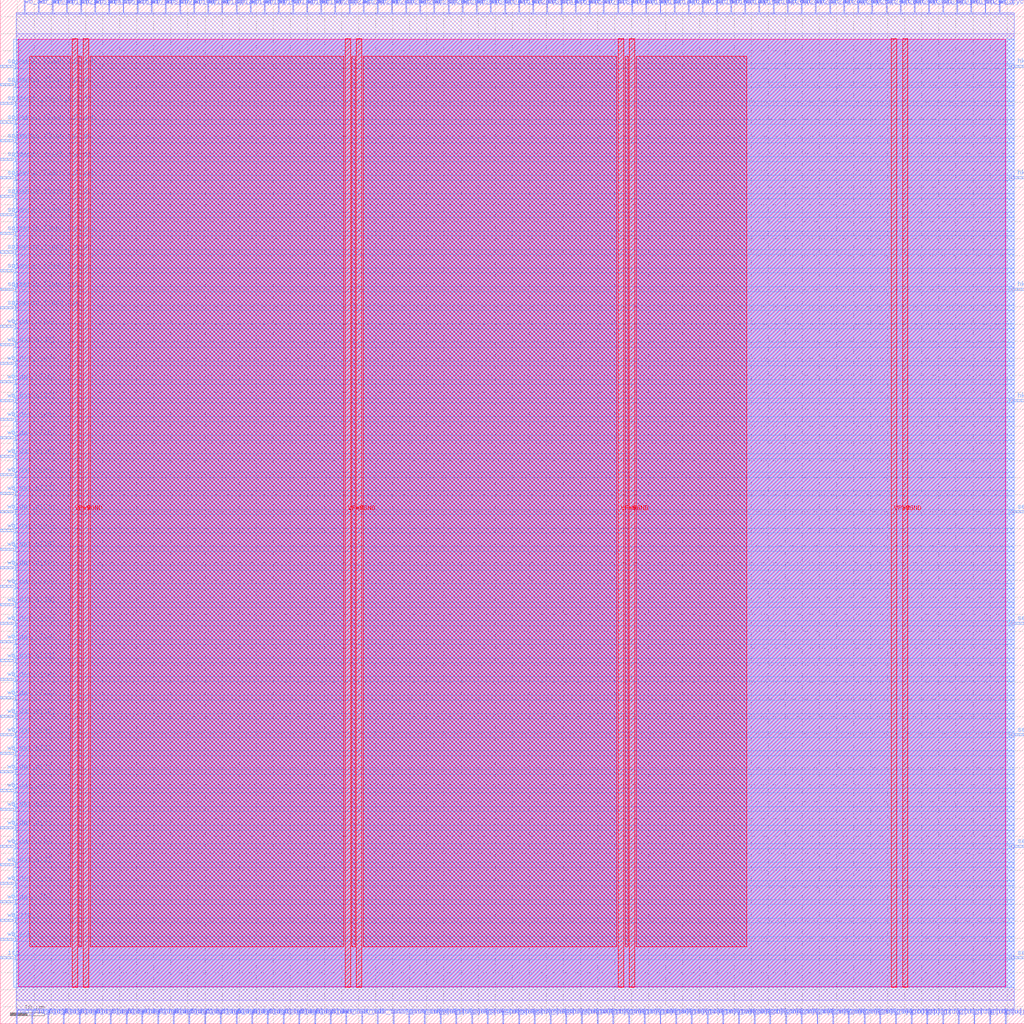
<source format=lef>
VERSION 5.7 ;
  NOWIREEXTENSIONATPIN ON ;
  DIVIDERCHAR "/" ;
  BUSBITCHARS "[]" ;
MACRO housekeeping
  CLASS BLOCK ;
  FOREIGN housekeeping ;
  ORIGIN 0.000 0.000 ;
  SIZE 300.000 BY 300.000 ;
  PIN VGND
    DIRECTION INOUT ;
    USE GROUND ;
    PORT
      LAYER met4 ;
        RECT 24.340 10.640 25.940 288.560 ;
    END
    PORT
      LAYER met4 ;
        RECT 104.340 10.640 105.940 288.560 ;
    END
    PORT
      LAYER met4 ;
        RECT 184.340 10.640 185.940 288.560 ;
    END
    PORT
      LAYER met4 ;
        RECT 264.340 10.640 265.940 288.560 ;
    END
  END VGND
  PIN VPWR
    DIRECTION INOUT ;
    USE POWER ;
    PORT
      LAYER met4 ;
        RECT 21.040 10.640 22.640 288.560 ;
    END
    PORT
      LAYER met4 ;
        RECT 101.040 10.640 102.640 288.560 ;
    END
    PORT
      LAYER met4 ;
        RECT 181.040 10.640 182.640 288.560 ;
    END
    PORT
      LAYER met4 ;
        RECT 261.040 10.640 262.640 288.560 ;
    END
  END VPWR
  PIN hk_spi_csb
    DIRECTION INPUT ;
    USE SIGNAL ;
    ANTENNAGATEAREA 0.682200 ;
    ANTENNADIFFAREA 0.434700 ;
    PORT
      LAYER met3 ;
        RECT 296.000 280.200 300.000 280.800 ;
    END
  END hk_spi_csb
  PIN hk_spi_sck
    DIRECTION INPUT ;
    USE SIGNAL ;
    ANTENNAGATEAREA 1.286700 ;
    ANTENNADIFFAREA 0.434700 ;
    PORT
      LAYER met3 ;
        RECT 296.000 182.280 300.000 182.880 ;
    END
  END hk_spi_sck
  PIN hk_spi_sdi
    DIRECTION INPUT ;
    USE SIGNAL ;
    ANTENNAGATEAREA 0.682200 ;
    ANTENNADIFFAREA 0.434700 ;
    PORT
      LAYER met3 ;
        RECT 296.000 214.920 300.000 215.520 ;
    END
  END hk_spi_sdi
  PIN hk_spi_sdo
    DIRECTION OUTPUT ;
    USE SIGNAL ;
    ANTENNAGATEAREA 0.434700 ;
    ANTENNADIFFAREA 3.107700 ;
    PORT
      LAYER met3 ;
        RECT 296.000 247.560 300.000 248.160 ;
    END
  END hk_spi_sdo
  PIN irq
    DIRECTION OUTPUT ;
    USE SIGNAL ;
    ANTENNAGATEAREA 0.434700 ;
    ANTENNADIFFAREA 3.107700 ;
    PORT
      LAYER met3 ;
        RECT 0.000 19.080 4.000 19.680 ;
    END
  END irq
  PIN mask_rev_in[0]
    DIRECTION INPUT ;
    USE SIGNAL ;
    ANTENNAGATEAREA 0.647700 ;
    ANTENNADIFFAREA 0.434700 ;
    PORT
      LAYER met2 ;
        RECT 115.090 0.000 115.370 4.000 ;
    END
  END mask_rev_in[0]
  PIN mask_rev_in[10]
    DIRECTION INPUT ;
    USE SIGNAL ;
    ANTENNAGATEAREA 0.647700 ;
    ANTENNADIFFAREA 0.434700 ;
    PORT
      LAYER met2 ;
        RECT 161.090 0.000 161.370 4.000 ;
    END
  END mask_rev_in[10]
  PIN mask_rev_in[11]
    DIRECTION INPUT ;
    USE SIGNAL ;
    ANTENNAGATEAREA 0.647700 ;
    ANTENNADIFFAREA 0.434700 ;
    PORT
      LAYER met2 ;
        RECT 165.690 0.000 165.970 4.000 ;
    END
  END mask_rev_in[11]
  PIN mask_rev_in[12]
    DIRECTION INPUT ;
    USE SIGNAL ;
    ANTENNAGATEAREA 0.647700 ;
    ANTENNADIFFAREA 0.434700 ;
    PORT
      LAYER met2 ;
        RECT 170.290 0.000 170.570 4.000 ;
    END
  END mask_rev_in[12]
  PIN mask_rev_in[13]
    DIRECTION INPUT ;
    USE SIGNAL ;
    ANTENNAGATEAREA 0.647700 ;
    ANTENNADIFFAREA 0.434700 ;
    PORT
      LAYER met2 ;
        RECT 174.890 0.000 175.170 4.000 ;
    END
  END mask_rev_in[13]
  PIN mask_rev_in[14]
    DIRECTION INPUT ;
    USE SIGNAL ;
    ANTENNAGATEAREA 0.647700 ;
    ANTENNADIFFAREA 0.434700 ;
    PORT
      LAYER met2 ;
        RECT 179.490 0.000 179.770 4.000 ;
    END
  END mask_rev_in[14]
  PIN mask_rev_in[15]
    DIRECTION INPUT ;
    USE SIGNAL ;
    ANTENNAGATEAREA 0.647700 ;
    ANTENNADIFFAREA 0.434700 ;
    PORT
      LAYER met2 ;
        RECT 184.090 0.000 184.370 4.000 ;
    END
  END mask_rev_in[15]
  PIN mask_rev_in[16]
    DIRECTION INPUT ;
    USE SIGNAL ;
    ANTENNAGATEAREA 0.647700 ;
    ANTENNADIFFAREA 0.434700 ;
    PORT
      LAYER met2 ;
        RECT 188.690 0.000 188.970 4.000 ;
    END
  END mask_rev_in[16]
  PIN mask_rev_in[17]
    DIRECTION INPUT ;
    USE SIGNAL ;
    ANTENNAGATEAREA 0.647700 ;
    ANTENNADIFFAREA 0.434700 ;
    PORT
      LAYER met2 ;
        RECT 193.290 0.000 193.570 4.000 ;
    END
  END mask_rev_in[17]
  PIN mask_rev_in[18]
    DIRECTION INPUT ;
    USE SIGNAL ;
    ANTENNAGATEAREA 0.647700 ;
    ANTENNADIFFAREA 0.434700 ;
    PORT
      LAYER met2 ;
        RECT 197.890 0.000 198.170 4.000 ;
    END
  END mask_rev_in[18]
  PIN mask_rev_in[19]
    DIRECTION INPUT ;
    USE SIGNAL ;
    ANTENNAGATEAREA 0.647700 ;
    ANTENNADIFFAREA 0.434700 ;
    PORT
      LAYER met2 ;
        RECT 202.490 0.000 202.770 4.000 ;
    END
  END mask_rev_in[19]
  PIN mask_rev_in[1]
    DIRECTION INPUT ;
    USE SIGNAL ;
    ANTENNAGATEAREA 0.647700 ;
    ANTENNADIFFAREA 0.434700 ;
    PORT
      LAYER met2 ;
        RECT 119.690 0.000 119.970 4.000 ;
    END
  END mask_rev_in[1]
  PIN mask_rev_in[20]
    DIRECTION INPUT ;
    USE SIGNAL ;
    ANTENNAGATEAREA 0.647700 ;
    ANTENNADIFFAREA 0.434700 ;
    PORT
      LAYER met2 ;
        RECT 207.090 0.000 207.370 4.000 ;
    END
  END mask_rev_in[20]
  PIN mask_rev_in[21]
    DIRECTION INPUT ;
    USE SIGNAL ;
    ANTENNAGATEAREA 0.647700 ;
    ANTENNADIFFAREA 0.434700 ;
    PORT
      LAYER met2 ;
        RECT 211.690 0.000 211.970 4.000 ;
    END
  END mask_rev_in[21]
  PIN mask_rev_in[22]
    DIRECTION INPUT ;
    USE SIGNAL ;
    ANTENNAGATEAREA 0.647700 ;
    ANTENNADIFFAREA 0.434700 ;
    PORT
      LAYER met2 ;
        RECT 216.290 0.000 216.570 4.000 ;
    END
  END mask_rev_in[22]
  PIN mask_rev_in[23]
    DIRECTION INPUT ;
    USE SIGNAL ;
    ANTENNAGATEAREA 0.647700 ;
    ANTENNADIFFAREA 0.434700 ;
    PORT
      LAYER met2 ;
        RECT 220.890 0.000 221.170 4.000 ;
    END
  END mask_rev_in[23]
  PIN mask_rev_in[24]
    DIRECTION INPUT ;
    USE SIGNAL ;
    ANTENNAGATEAREA 0.647700 ;
    ANTENNADIFFAREA 0.434700 ;
    PORT
      LAYER met2 ;
        RECT 225.490 0.000 225.770 4.000 ;
    END
  END mask_rev_in[24]
  PIN mask_rev_in[25]
    DIRECTION INPUT ;
    USE SIGNAL ;
    ANTENNAGATEAREA 0.647700 ;
    ANTENNADIFFAREA 0.434700 ;
    PORT
      LAYER met2 ;
        RECT 230.090 0.000 230.370 4.000 ;
    END
  END mask_rev_in[25]
  PIN mask_rev_in[26]
    DIRECTION INPUT ;
    USE SIGNAL ;
    ANTENNAGATEAREA 0.647700 ;
    ANTENNADIFFAREA 0.434700 ;
    PORT
      LAYER met2 ;
        RECT 234.690 0.000 234.970 4.000 ;
    END
  END mask_rev_in[26]
  PIN mask_rev_in[27]
    DIRECTION INPUT ;
    USE SIGNAL ;
    ANTENNAGATEAREA 0.647700 ;
    ANTENNADIFFAREA 0.434700 ;
    PORT
      LAYER met2 ;
        RECT 239.290 0.000 239.570 4.000 ;
    END
  END mask_rev_in[27]
  PIN mask_rev_in[28]
    DIRECTION INPUT ;
    USE SIGNAL ;
    ANTENNAGATEAREA 0.647700 ;
    ANTENNADIFFAREA 0.434700 ;
    PORT
      LAYER met2 ;
        RECT 243.890 0.000 244.170 4.000 ;
    END
  END mask_rev_in[28]
  PIN mask_rev_in[29]
    DIRECTION INPUT ;
    USE SIGNAL ;
    ANTENNAGATEAREA 0.647700 ;
    ANTENNADIFFAREA 0.434700 ;
    PORT
      LAYER met2 ;
        RECT 248.490 0.000 248.770 4.000 ;
    END
  END mask_rev_in[29]
  PIN mask_rev_in[2]
    DIRECTION INPUT ;
    USE SIGNAL ;
    ANTENNAGATEAREA 0.647700 ;
    ANTENNADIFFAREA 0.434700 ;
    PORT
      LAYER met2 ;
        RECT 124.290 0.000 124.570 4.000 ;
    END
  END mask_rev_in[2]
  PIN mask_rev_in[30]
    DIRECTION INPUT ;
    USE SIGNAL ;
    ANTENNAGATEAREA 0.647700 ;
    ANTENNADIFFAREA 0.434700 ;
    PORT
      LAYER met2 ;
        RECT 253.090 0.000 253.370 4.000 ;
    END
  END mask_rev_in[30]
  PIN mask_rev_in[31]
    DIRECTION INPUT ;
    USE SIGNAL ;
    ANTENNAGATEAREA 0.647700 ;
    ANTENNADIFFAREA 0.434700 ;
    PORT
      LAYER met2 ;
        RECT 257.690 0.000 257.970 4.000 ;
    END
  END mask_rev_in[31]
  PIN mask_rev_in[3]
    DIRECTION INPUT ;
    USE SIGNAL ;
    ANTENNAGATEAREA 0.647700 ;
    ANTENNADIFFAREA 0.434700 ;
    PORT
      LAYER met2 ;
        RECT 128.890 0.000 129.170 4.000 ;
    END
  END mask_rev_in[3]
  PIN mask_rev_in[4]
    DIRECTION INPUT ;
    USE SIGNAL ;
    ANTENNAGATEAREA 0.647700 ;
    ANTENNADIFFAREA 0.434700 ;
    PORT
      LAYER met2 ;
        RECT 133.490 0.000 133.770 4.000 ;
    END
  END mask_rev_in[4]
  PIN mask_rev_in[5]
    DIRECTION INPUT ;
    USE SIGNAL ;
    ANTENNAGATEAREA 0.647700 ;
    ANTENNADIFFAREA 0.434700 ;
    PORT
      LAYER met2 ;
        RECT 138.090 0.000 138.370 4.000 ;
    END
  END mask_rev_in[5]
  PIN mask_rev_in[6]
    DIRECTION INPUT ;
    USE SIGNAL ;
    ANTENNAGATEAREA 0.647700 ;
    ANTENNADIFFAREA 0.434700 ;
    PORT
      LAYER met2 ;
        RECT 142.690 0.000 142.970 4.000 ;
    END
  END mask_rev_in[6]
  PIN mask_rev_in[7]
    DIRECTION INPUT ;
    USE SIGNAL ;
    ANTENNAGATEAREA 0.647700 ;
    ANTENNADIFFAREA 0.434700 ;
    PORT
      LAYER met2 ;
        RECT 147.290 0.000 147.570 4.000 ;
    END
  END mask_rev_in[7]
  PIN mask_rev_in[8]
    DIRECTION INPUT ;
    USE SIGNAL ;
    ANTENNAGATEAREA 0.647700 ;
    ANTENNADIFFAREA 0.434700 ;
    PORT
      LAYER met2 ;
        RECT 151.890 0.000 152.170 4.000 ;
    END
  END mask_rev_in[8]
  PIN mask_rev_in[9]
    DIRECTION INPUT ;
    USE SIGNAL ;
    ANTENNAGATEAREA 0.647700 ;
    ANTENNADIFFAREA 0.434700 ;
    PORT
      LAYER met2 ;
        RECT 156.490 0.000 156.770 4.000 ;
    END
  END mask_rev_in[9]
  PIN pad_flash_clk
    DIRECTION OUTPUT ;
    USE SIGNAL ;
    ANTENNAGATEAREA 0.434700 ;
    ANTENNADIFFAREA 2.025100 ;
    PORT
      LAYER met2 ;
        RECT 4.690 0.000 4.970 4.000 ;
    END
  END pad_flash_clk
  PIN pad_flash_clk_oeb
    DIRECTION OUTPUT ;
    USE SIGNAL ;
    ANTENNAGATEAREA 0.434700 ;
    ANTENNADIFFAREA 3.107700 ;
    PORT
      LAYER met2 ;
        RECT 9.290 0.000 9.570 4.000 ;
    END
  END pad_flash_clk_oeb
  PIN pad_flash_csb
    DIRECTION OUTPUT ;
    USE SIGNAL ;
    ANTENNAGATEAREA 0.434700 ;
    ANTENNADIFFAREA 3.107700 ;
    PORT
      LAYER met2 ;
        RECT 13.890 0.000 14.170 4.000 ;
    END
  END pad_flash_csb
  PIN pad_flash_csb_oeb
    DIRECTION OUTPUT ;
    USE SIGNAL ;
    ANTENNAGATEAREA 0.434700 ;
    ANTENNADIFFAREA 3.107700 ;
    PORT
      LAYER met2 ;
        RECT 18.490 0.000 18.770 4.000 ;
    END
  END pad_flash_csb_oeb
  PIN pad_flash_io0_di
    DIRECTION INPUT ;
    USE SIGNAL ;
    ANTENNAGATEAREA 0.647700 ;
    ANTENNADIFFAREA 0.434700 ;
    PORT
      LAYER met2 ;
        RECT 23.090 0.000 23.370 4.000 ;
    END
  END pad_flash_io0_di
  PIN pad_flash_io0_do
    DIRECTION OUTPUT ;
    USE SIGNAL ;
    ANTENNAGATEAREA 0.434700 ;
    ANTENNADIFFAREA 3.107700 ;
    PORT
      LAYER met2 ;
        RECT 27.690 0.000 27.970 4.000 ;
    END
  END pad_flash_io0_do
  PIN pad_flash_io0_ieb
    DIRECTION OUTPUT ;
    USE SIGNAL ;
    ANTENNAGATEAREA 0.434700 ;
    ANTENNADIFFAREA 3.107700 ;
    PORT
      LAYER met2 ;
        RECT 32.290 0.000 32.570 4.000 ;
    END
  END pad_flash_io0_ieb
  PIN pad_flash_io0_oeb
    DIRECTION OUTPUT ;
    USE SIGNAL ;
    ANTENNAGATEAREA 0.434700 ;
    ANTENNADIFFAREA 3.107700 ;
    PORT
      LAYER met2 ;
        RECT 36.890 0.000 37.170 4.000 ;
    END
  END pad_flash_io0_oeb
  PIN pad_flash_io1_di
    DIRECTION INPUT ;
    USE SIGNAL ;
    ANTENNAGATEAREA 0.647700 ;
    ANTENNADIFFAREA 0.434700 ;
    PORT
      LAYER met2 ;
        RECT 41.490 0.000 41.770 4.000 ;
    END
  END pad_flash_io1_di
  PIN pad_flash_io1_do
    DIRECTION OUTPUT ;
    USE SIGNAL ;
    ANTENNAGATEAREA 0.434700 ;
    ANTENNADIFFAREA 3.107700 ;
    PORT
      LAYER met2 ;
        RECT 46.090 0.000 46.370 4.000 ;
    END
  END pad_flash_io1_do
  PIN pad_flash_io1_ieb
    DIRECTION OUTPUT ;
    USE SIGNAL ;
    ANTENNAGATEAREA 0.434700 ;
    ANTENNADIFFAREA 3.107700 ;
    PORT
      LAYER met2 ;
        RECT 50.690 0.000 50.970 4.000 ;
    END
  END pad_flash_io1_ieb
  PIN pad_flash_io1_oeb
    DIRECTION OUTPUT ;
    USE SIGNAL ;
    ANTENNAGATEAREA 0.434700 ;
    ANTENNADIFFAREA 3.107700 ;
    PORT
      LAYER met2 ;
        RECT 55.290 0.000 55.570 4.000 ;
    END
  END pad_flash_io1_oeb
  PIN pad_flash_io2_di
    DIRECTION INPUT ;
    USE SIGNAL ;
    ANTENNAGATEAREA 0.647700 ;
    ANTENNADIFFAREA 0.434700 ;
    PORT
      LAYER met2 ;
        RECT 59.890 0.000 60.170 4.000 ;
    END
  END pad_flash_io2_di
  PIN pad_flash_io2_do
    DIRECTION OUTPUT ;
    USE SIGNAL ;
    ANTENNAGATEAREA 0.434700 ;
    ANTENNADIFFAREA 3.107700 ;
    PORT
      LAYER met2 ;
        RECT 64.490 0.000 64.770 4.000 ;
    END
  END pad_flash_io2_do
  PIN pad_flash_io2_ieb
    DIRECTION OUTPUT ;
    USE SIGNAL ;
    ANTENNAGATEAREA 0.434700 ;
    ANTENNADIFFAREA 3.107700 ;
    PORT
      LAYER met2 ;
        RECT 69.090 0.000 69.370 4.000 ;
    END
  END pad_flash_io2_ieb
  PIN pad_flash_io2_oeb
    DIRECTION OUTPUT ;
    USE SIGNAL ;
    ANTENNAGATEAREA 0.434700 ;
    ANTENNADIFFAREA 3.107700 ;
    PORT
      LAYER met2 ;
        RECT 73.690 0.000 73.970 4.000 ;
    END
  END pad_flash_io2_oeb
  PIN pad_flash_io3_di
    DIRECTION INPUT ;
    USE SIGNAL ;
    ANTENNAGATEAREA 0.647700 ;
    ANTENNADIFFAREA 0.434700 ;
    PORT
      LAYER met2 ;
        RECT 78.290 0.000 78.570 4.000 ;
    END
  END pad_flash_io3_di
  PIN pad_flash_io3_do
    DIRECTION OUTPUT ;
    USE SIGNAL ;
    ANTENNAGATEAREA 0.434700 ;
    ANTENNADIFFAREA 3.107700 ;
    PORT
      LAYER met2 ;
        RECT 82.890 0.000 83.170 4.000 ;
    END
  END pad_flash_io3_do
  PIN pad_flash_io3_ieb
    DIRECTION OUTPUT ;
    USE SIGNAL ;
    ANTENNAGATEAREA 0.434700 ;
    ANTENNADIFFAREA 3.107700 ;
    PORT
      LAYER met2 ;
        RECT 87.490 0.000 87.770 4.000 ;
    END
  END pad_flash_io3_ieb
  PIN pad_flash_io3_oeb
    DIRECTION OUTPUT ;
    USE SIGNAL ;
    ANTENNAGATEAREA 0.434700 ;
    ANTENNADIFFAREA 3.107700 ;
    PORT
      LAYER met2 ;
        RECT 92.090 0.000 92.370 4.000 ;
    END
  END pad_flash_io3_oeb
  PIN porb
    DIRECTION INPUT ;
    USE SIGNAL ;
    ANTENNAGATEAREA 0.647700 ;
    ANTENNADIFFAREA 0.434700 ;
    PORT
      LAYER met2 ;
        RECT 96.690 0.000 96.970 4.000 ;
    END
  END porb
  PIN prod_id[0]
    DIRECTION INPUT ;
    USE SIGNAL ;
    ANTENNAGATEAREA 0.631200 ;
    ANTENNADIFFAREA 0.434700 ;
    PORT
      LAYER met2 ;
        RECT 262.290 0.000 262.570 4.000 ;
    END
  END prod_id[0]
  PIN prod_id[1]
    DIRECTION INPUT ;
    USE SIGNAL ;
    ANTENNAGATEAREA 0.647700 ;
    ANTENNADIFFAREA 0.434700 ;
    PORT
      LAYER met2 ;
        RECT 266.890 0.000 267.170 4.000 ;
    END
  END prod_id[1]
  PIN prod_id[2]
    DIRECTION INPUT ;
    USE SIGNAL ;
    ANTENNAGATEAREA 0.631200 ;
    ANTENNADIFFAREA 0.434700 ;
    PORT
      LAYER met2 ;
        RECT 271.490 0.000 271.770 4.000 ;
    END
  END prod_id[2]
  PIN prod_id[3]
    DIRECTION INPUT ;
    USE SIGNAL ;
    ANTENNAGATEAREA 0.647700 ;
    ANTENNADIFFAREA 0.434700 ;
    PORT
      LAYER met2 ;
        RECT 276.090 0.000 276.370 4.000 ;
    END
  END prod_id[3]
  PIN prod_id[4]
    DIRECTION INPUT ;
    USE SIGNAL ;
    ANTENNAGATEAREA 0.631200 ;
    ANTENNADIFFAREA 0.434700 ;
    PORT
      LAYER met2 ;
        RECT 280.690 0.000 280.970 4.000 ;
    END
  END prod_id[4]
  PIN prod_id[5]
    DIRECTION INPUT ;
    USE SIGNAL ;
    ANTENNAGATEAREA 0.631200 ;
    ANTENNADIFFAREA 0.434700 ;
    PORT
      LAYER met2 ;
        RECT 285.290 0.000 285.570 4.000 ;
    END
  END prod_id[5]
  PIN prod_id[6]
    DIRECTION INPUT ;
    USE SIGNAL ;
    ANTENNAGATEAREA 0.631200 ;
    ANTENNADIFFAREA 0.434700 ;
    PORT
      LAYER met2 ;
        RECT 289.890 0.000 290.170 4.000 ;
    END
  END prod_id[6]
  PIN prod_id[7]
    DIRECTION INPUT ;
    USE SIGNAL ;
    ANTENNAGATEAREA 0.560700 ;
    ANTENNADIFFAREA 0.434700 ;
    PORT
      LAYER met2 ;
        RECT 294.490 0.000 294.770 4.000 ;
    END
  END prod_id[7]
  PIN reset
    DIRECTION OUTPUT ;
    USE SIGNAL ;
    ANTENNAGATEAREA 0.434700 ;
    ANTENNADIFFAREA 3.107700 ;
    PORT
      LAYER met2 ;
        RECT 101.290 0.000 101.570 4.000 ;
    END
  END reset
  PIN serial_clock
    DIRECTION OUTPUT ;
    USE SIGNAL ;
    ANTENNAGATEAREA 0.434700 ;
    ANTENNADIFFAREA 3.107700 ;
    PORT
      LAYER met3 ;
        RECT 296.000 19.080 300.000 19.680 ;
    END
  END serial_clock
  PIN serial_data_1
    DIRECTION OUTPUT ;
    USE SIGNAL ;
    ANTENNAGATEAREA 0.434700 ;
    ANTENNADIFFAREA 3.107700 ;
    PORT
      LAYER met3 ;
        RECT 296.000 117.000 300.000 117.600 ;
    END
  END serial_data_1
  PIN serial_data_2
    DIRECTION OUTPUT ;
    USE SIGNAL ;
    ANTENNAGATEAREA 0.434700 ;
    ANTENNADIFFAREA 3.107700 ;
    PORT
      LAYER met3 ;
        RECT 296.000 149.640 300.000 150.240 ;
    END
  END serial_data_2
  PIN serial_load
    DIRECTION OUTPUT ;
    USE SIGNAL ;
    ANTENNAGATEAREA 0.434700 ;
    ANTENNADIFFAREA 3.107700 ;
    PORT
      LAYER met3 ;
        RECT 296.000 84.360 300.000 84.960 ;
    END
  END serial_load
  PIN serial_resetn
    DIRECTION OUTPUT ;
    USE SIGNAL ;
    ANTENNAGATEAREA 0.434700 ;
    ANTENNADIFFAREA 3.107700 ;
    PORT
      LAYER met3 ;
        RECT 296.000 51.720 300.000 52.320 ;
    END
  END serial_resetn
  PIN spimemio_flash_clk
    DIRECTION INPUT ;
    USE SIGNAL ;
    ANTENNAGATEAREA 0.560700 ;
    ANTENNADIFFAREA 0.434700 ;
    PORT
      LAYER met3 ;
        RECT 0.000 209.480 4.000 210.080 ;
    END
  END spimemio_flash_clk
  PIN spimemio_flash_csb
    DIRECTION INPUT ;
    USE SIGNAL ;
    ANTENNAGATEAREA 0.631200 ;
    ANTENNADIFFAREA 0.434700 ;
    PORT
      LAYER met3 ;
        RECT 0.000 214.920 4.000 215.520 ;
    END
  END spimemio_flash_csb
  PIN spimemio_flash_io0_di
    DIRECTION OUTPUT ;
    USE SIGNAL ;
    ANTENNAGATEAREA 0.434700 ;
    ANTENNADIFFAREA 3.107700 ;
    PORT
      LAYER met3 ;
        RECT 0.000 220.360 4.000 220.960 ;
    END
  END spimemio_flash_io0_di
  PIN spimemio_flash_io0_do
    DIRECTION INPUT ;
    USE SIGNAL ;
    ANTENNAGATEAREA 0.560700 ;
    ANTENNADIFFAREA 0.434700 ;
    PORT
      LAYER met3 ;
        RECT 0.000 225.800 4.000 226.400 ;
    END
  END spimemio_flash_io0_do
  PIN spimemio_flash_io0_oeb
    DIRECTION INPUT ;
    USE SIGNAL ;
    ANTENNAGATEAREA 0.647700 ;
    ANTENNADIFFAREA 0.434700 ;
    PORT
      LAYER met3 ;
        RECT 0.000 231.240 4.000 231.840 ;
    END
  END spimemio_flash_io0_oeb
  PIN spimemio_flash_io1_di
    DIRECTION OUTPUT ;
    USE SIGNAL ;
    ANTENNAGATEAREA 0.434700 ;
    ANTENNADIFFAREA 3.107700 ;
    PORT
      LAYER met3 ;
        RECT 0.000 236.680 4.000 237.280 ;
    END
  END spimemio_flash_io1_di
  PIN spimemio_flash_io1_do
    DIRECTION INPUT ;
    USE SIGNAL ;
    ANTENNAGATEAREA 0.647700 ;
    ANTENNADIFFAREA 0.434700 ;
    PORT
      LAYER met3 ;
        RECT 0.000 242.120 4.000 242.720 ;
    END
  END spimemio_flash_io1_do
  PIN spimemio_flash_io1_oeb
    DIRECTION INPUT ;
    USE SIGNAL ;
    ANTENNAGATEAREA 0.647700 ;
    ANTENNADIFFAREA 0.434700 ;
    PORT
      LAYER met3 ;
        RECT 0.000 247.560 4.000 248.160 ;
    END
  END spimemio_flash_io1_oeb
  PIN spimemio_flash_io2_di
    DIRECTION OUTPUT ;
    USE SIGNAL ;
    ANTENNAGATEAREA 0.434700 ;
    ANTENNADIFFAREA 3.107700 ;
    PORT
      LAYER met3 ;
        RECT 0.000 253.000 4.000 253.600 ;
    END
  END spimemio_flash_io2_di
  PIN spimemio_flash_io2_do
    DIRECTION INPUT ;
    USE SIGNAL ;
    ANTENNAGATEAREA 0.647700 ;
    ANTENNADIFFAREA 0.434700 ;
    PORT
      LAYER met3 ;
        RECT 0.000 258.440 4.000 259.040 ;
    END
  END spimemio_flash_io2_do
  PIN spimemio_flash_io2_oeb
    DIRECTION INPUT ;
    USE SIGNAL ;
    ANTENNAGATEAREA 0.647700 ;
    ANTENNADIFFAREA 0.434700 ;
    PORT
      LAYER met3 ;
        RECT 0.000 263.880 4.000 264.480 ;
    END
  END spimemio_flash_io2_oeb
  PIN spimemio_flash_io3_di
    DIRECTION OUTPUT ;
    USE SIGNAL ;
    ANTENNAGATEAREA 0.434700 ;
    ANTENNADIFFAREA 3.107700 ;
    PORT
      LAYER met3 ;
        RECT 0.000 269.320 4.000 269.920 ;
    END
  END spimemio_flash_io3_di
  PIN spimemio_flash_io3_do
    DIRECTION INPUT ;
    USE SIGNAL ;
    ANTENNAGATEAREA 0.593700 ;
    ANTENNADIFFAREA 0.434700 ;
    PORT
      LAYER met3 ;
        RECT 0.000 274.760 4.000 275.360 ;
    END
  END spimemio_flash_io3_do
  PIN spimemio_flash_io3_oeb
    DIRECTION INPUT ;
    USE SIGNAL ;
    ANTENNAGATEAREA 0.593700 ;
    ANTENNADIFFAREA 0.434700 ;
    PORT
      LAYER met3 ;
        RECT 0.000 280.200 4.000 280.800 ;
    END
  END spimemio_flash_io3_oeb
  PIN wb_ack_o
    DIRECTION OUTPUT ;
    USE SIGNAL ;
    ANTENNAGATEAREA 0.434700 ;
    ANTENNADIFFAREA 3.107700 ;
    PORT
      LAYER met3 ;
        RECT 0.000 24.520 4.000 25.120 ;
    END
  END wb_ack_o
  PIN wb_adr_i[0]
    DIRECTION INPUT ;
    USE SIGNAL ;
    ANTENNAGATEAREA 0.929700 ;
    ANTENNADIFFAREA 0.434700 ;
    PORT
      LAYER met2 ;
        RECT 6.990 296.000 7.270 300.000 ;
    END
  END wb_adr_i[0]
  PIN wb_adr_i[10]
    DIRECTION INPUT ;
    USE SIGNAL ;
    ANTENNAGATEAREA 0.631200 ;
    ANTENNADIFFAREA 0.434700 ;
    PORT
      LAYER met2 ;
        RECT 48.390 296.000 48.670 300.000 ;
    END
  END wb_adr_i[10]
  PIN wb_adr_i[11]
    DIRECTION INPUT ;
    USE SIGNAL ;
    ANTENNAGATEAREA 0.631200 ;
    ANTENNADIFFAREA 0.434700 ;
    PORT
      LAYER met2 ;
        RECT 52.530 296.000 52.810 300.000 ;
    END
  END wb_adr_i[11]
  PIN wb_adr_i[12]
    DIRECTION INPUT ;
    USE SIGNAL ;
    ANTENNAGATEAREA 0.631200 ;
    ANTENNADIFFAREA 0.434700 ;
    PORT
      LAYER met2 ;
        RECT 56.670 296.000 56.950 300.000 ;
    END
  END wb_adr_i[12]
  PIN wb_adr_i[13]
    DIRECTION INPUT ;
    USE SIGNAL ;
    ANTENNAGATEAREA 0.631200 ;
    ANTENNADIFFAREA 0.434700 ;
    PORT
      LAYER met2 ;
        RECT 60.810 296.000 61.090 300.000 ;
    END
  END wb_adr_i[13]
  PIN wb_adr_i[14]
    DIRECTION INPUT ;
    USE SIGNAL ;
    ANTENNAGATEAREA 0.631200 ;
    ANTENNADIFFAREA 0.434700 ;
    PORT
      LAYER met2 ;
        RECT 64.950 296.000 65.230 300.000 ;
    END
  END wb_adr_i[14]
  PIN wb_adr_i[15]
    DIRECTION INPUT ;
    USE SIGNAL ;
    ANTENNAGATEAREA 0.631200 ;
    ANTENNADIFFAREA 0.434700 ;
    PORT
      LAYER met2 ;
        RECT 69.090 296.000 69.370 300.000 ;
    END
  END wb_adr_i[15]
  PIN wb_adr_i[16]
    DIRECTION INPUT ;
    USE SIGNAL ;
    ANTENNAGATEAREA 0.647700 ;
    ANTENNADIFFAREA 0.434700 ;
    PORT
      LAYER met2 ;
        RECT 73.230 296.000 73.510 300.000 ;
    END
  END wb_adr_i[16]
  PIN wb_adr_i[17]
    DIRECTION INPUT ;
    USE SIGNAL ;
    ANTENNAGATEAREA 0.647700 ;
    ANTENNADIFFAREA 0.434700 ;
    PORT
      LAYER met2 ;
        RECT 77.370 296.000 77.650 300.000 ;
    END
  END wb_adr_i[17]
  PIN wb_adr_i[18]
    DIRECTION INPUT ;
    USE SIGNAL ;
    ANTENNAGATEAREA 0.647700 ;
    ANTENNADIFFAREA 0.434700 ;
    PORT
      LAYER met2 ;
        RECT 81.510 296.000 81.790 300.000 ;
    END
  END wb_adr_i[18]
  PIN wb_adr_i[19]
    DIRECTION INPUT ;
    USE SIGNAL ;
    ANTENNAGATEAREA 0.647700 ;
    ANTENNADIFFAREA 0.434700 ;
    PORT
      LAYER met2 ;
        RECT 85.650 296.000 85.930 300.000 ;
    END
  END wb_adr_i[19]
  PIN wb_adr_i[1]
    DIRECTION INPUT ;
    USE SIGNAL ;
    ANTENNAGATEAREA 0.647700 ;
    ANTENNADIFFAREA 0.434700 ;
    PORT
      LAYER met2 ;
        RECT 11.130 296.000 11.410 300.000 ;
    END
  END wb_adr_i[1]
  PIN wb_adr_i[20]
    DIRECTION INPUT ;
    USE SIGNAL ;
    ANTENNAGATEAREA 0.647700 ;
    ANTENNADIFFAREA 0.434700 ;
    PORT
      LAYER met2 ;
        RECT 89.790 296.000 90.070 300.000 ;
    END
  END wb_adr_i[20]
  PIN wb_adr_i[21]
    DIRECTION INPUT ;
    USE SIGNAL ;
    ANTENNAGATEAREA 0.631200 ;
    ANTENNADIFFAREA 0.434700 ;
    PORT
      LAYER met2 ;
        RECT 93.930 296.000 94.210 300.000 ;
    END
  END wb_adr_i[21]
  PIN wb_adr_i[22]
    DIRECTION INPUT ;
    USE SIGNAL ;
    ANTENNAGATEAREA 0.560700 ;
    ANTENNADIFFAREA 0.434700 ;
    PORT
      LAYER met2 ;
        RECT 98.070 296.000 98.350 300.000 ;
    END
  END wb_adr_i[22]
  PIN wb_adr_i[23]
    DIRECTION INPUT ;
    USE SIGNAL ;
    ANTENNAGATEAREA 0.560700 ;
    ANTENNADIFFAREA 0.434700 ;
    PORT
      LAYER met2 ;
        RECT 102.210 296.000 102.490 300.000 ;
    END
  END wb_adr_i[23]
  PIN wb_adr_i[24]
    DIRECTION INPUT ;
    USE SIGNAL ;
    ANTENNAGATEAREA 0.647700 ;
    ANTENNADIFFAREA 0.434700 ;
    PORT
      LAYER met2 ;
        RECT 106.350 296.000 106.630 300.000 ;
    END
  END wb_adr_i[24]
  PIN wb_adr_i[25]
    DIRECTION INPUT ;
    USE SIGNAL ;
    ANTENNAGATEAREA 0.647700 ;
    ANTENNADIFFAREA 0.434700 ;
    PORT
      LAYER met2 ;
        RECT 110.490 296.000 110.770 300.000 ;
    END
  END wb_adr_i[25]
  PIN wb_adr_i[26]
    DIRECTION INPUT ;
    USE SIGNAL ;
    ANTENNAGATEAREA 0.647700 ;
    ANTENNADIFFAREA 0.434700 ;
    PORT
      LAYER met2 ;
        RECT 114.630 296.000 114.910 300.000 ;
    END
  END wb_adr_i[26]
  PIN wb_adr_i[27]
    DIRECTION INPUT ;
    USE SIGNAL ;
    ANTENNAGATEAREA 0.647700 ;
    ANTENNADIFFAREA 0.434700 ;
    PORT
      LAYER met2 ;
        RECT 118.770 296.000 119.050 300.000 ;
    END
  END wb_adr_i[27]
  PIN wb_adr_i[28]
    DIRECTION INPUT ;
    USE SIGNAL ;
    ANTENNAGATEAREA 0.647700 ;
    ANTENNADIFFAREA 0.434700 ;
    PORT
      LAYER met2 ;
        RECT 122.910 296.000 123.190 300.000 ;
    END
  END wb_adr_i[28]
  PIN wb_adr_i[29]
    DIRECTION INPUT ;
    USE SIGNAL ;
    ANTENNAGATEAREA 0.647700 ;
    ANTENNADIFFAREA 0.434700 ;
    PORT
      LAYER met2 ;
        RECT 127.050 296.000 127.330 300.000 ;
    END
  END wb_adr_i[29]
  PIN wb_adr_i[2]
    DIRECTION INPUT ;
    USE SIGNAL ;
    ANTENNAGATEAREA 1.177200 ;
    ANTENNADIFFAREA 0.434700 ;
    PORT
      LAYER met2 ;
        RECT 15.270 296.000 15.550 300.000 ;
    END
  END wb_adr_i[2]
  PIN wb_adr_i[30]
    DIRECTION INPUT ;
    USE SIGNAL ;
    ANTENNAGATEAREA 0.647700 ;
    ANTENNADIFFAREA 0.434700 ;
    PORT
      LAYER met2 ;
        RECT 131.190 296.000 131.470 300.000 ;
    END
  END wb_adr_i[30]
  PIN wb_adr_i[31]
    DIRECTION INPUT ;
    USE SIGNAL ;
    ANTENNAGATEAREA 0.647700 ;
    ANTENNADIFFAREA 0.434700 ;
    PORT
      LAYER met2 ;
        RECT 135.330 296.000 135.610 300.000 ;
    END
  END wb_adr_i[31]
  PIN wb_adr_i[3]
    DIRECTION INPUT ;
    USE SIGNAL ;
    ANTENNAGATEAREA 0.929700 ;
    ANTENNADIFFAREA 0.434700 ;
    PORT
      LAYER met2 ;
        RECT 19.410 296.000 19.690 300.000 ;
    END
  END wb_adr_i[3]
  PIN wb_adr_i[4]
    DIRECTION INPUT ;
    USE SIGNAL ;
    ANTENNAGATEAREA 0.682200 ;
    ANTENNADIFFAREA 0.434700 ;
    PORT
      LAYER met2 ;
        RECT 23.550 296.000 23.830 300.000 ;
    END
  END wb_adr_i[4]
  PIN wb_adr_i[5]
    DIRECTION INPUT ;
    USE SIGNAL ;
    ANTENNAGATEAREA 1.177200 ;
    ANTENNADIFFAREA 0.434700 ;
    PORT
      LAYER met2 ;
        RECT 27.690 296.000 27.970 300.000 ;
    END
  END wb_adr_i[5]
  PIN wb_adr_i[6]
    DIRECTION INPUT ;
    USE SIGNAL ;
    ANTENNAGATEAREA 0.682200 ;
    ANTENNADIFFAREA 0.434700 ;
    PORT
      LAYER met2 ;
        RECT 31.830 296.000 32.110 300.000 ;
    END
  END wb_adr_i[6]
  PIN wb_adr_i[7]
    DIRECTION INPUT ;
    USE SIGNAL ;
    ANTENNAGATEAREA 1.177200 ;
    ANTENNADIFFAREA 0.434700 ;
    PORT
      LAYER met2 ;
        RECT 35.970 296.000 36.250 300.000 ;
    END
  END wb_adr_i[7]
  PIN wb_adr_i[8]
    DIRECTION INPUT ;
    USE SIGNAL ;
    ANTENNAGATEAREA 0.647700 ;
    ANTENNADIFFAREA 0.434700 ;
    PORT
      LAYER met2 ;
        RECT 40.110 296.000 40.390 300.000 ;
    END
  END wb_adr_i[8]
  PIN wb_adr_i[9]
    DIRECTION INPUT ;
    USE SIGNAL ;
    ANTENNAGATEAREA 0.647700 ;
    ANTENNADIFFAREA 0.434700 ;
    PORT
      LAYER met2 ;
        RECT 44.250 296.000 44.530 300.000 ;
    END
  END wb_adr_i[9]
  PIN wb_clk_i
    DIRECTION INPUT ;
    USE SIGNAL ;
    ANTENNAGATEAREA 1.286700 ;
    ANTENNADIFFAREA 0.434700 ;
    PORT
      LAYER met2 ;
        RECT 105.890 0.000 106.170 4.000 ;
    END
  END wb_clk_i
  PIN wb_cyc_i
    DIRECTION INPUT ;
    USE SIGNAL ;
    ANTENNAGATEAREA 0.560700 ;
    ANTENNADIFFAREA 0.434700 ;
    PORT
      LAYER met2 ;
        RECT 292.650 296.000 292.930 300.000 ;
    END
  END wb_cyc_i
  PIN wb_dat_i[0]
    DIRECTION INPUT ;
    USE SIGNAL ;
    ANTENNAGATEAREA 0.647700 ;
    ANTENNADIFFAREA 0.434700 ;
    PORT
      LAYER met2 ;
        RECT 139.470 296.000 139.750 300.000 ;
    END
  END wb_dat_i[0]
  PIN wb_dat_i[10]
    DIRECTION INPUT ;
    USE SIGNAL ;
    ANTENNAGATEAREA 0.647700 ;
    ANTENNADIFFAREA 0.434700 ;
    PORT
      LAYER met2 ;
        RECT 180.870 296.000 181.150 300.000 ;
    END
  END wb_dat_i[10]
  PIN wb_dat_i[11]
    DIRECTION INPUT ;
    USE SIGNAL ;
    ANTENNAGATEAREA 0.647700 ;
    ANTENNADIFFAREA 0.434700 ;
    PORT
      LAYER met2 ;
        RECT 185.010 296.000 185.290 300.000 ;
    END
  END wb_dat_i[11]
  PIN wb_dat_i[12]
    DIRECTION INPUT ;
    USE SIGNAL ;
    ANTENNAGATEAREA 0.647700 ;
    ANTENNADIFFAREA 0.434700 ;
    PORT
      LAYER met2 ;
        RECT 189.150 296.000 189.430 300.000 ;
    END
  END wb_dat_i[12]
  PIN wb_dat_i[13]
    DIRECTION INPUT ;
    USE SIGNAL ;
    ANTENNAGATEAREA 0.647700 ;
    ANTENNADIFFAREA 0.434700 ;
    PORT
      LAYER met2 ;
        RECT 193.290 296.000 193.570 300.000 ;
    END
  END wb_dat_i[13]
  PIN wb_dat_i[14]
    DIRECTION INPUT ;
    USE SIGNAL ;
    ANTENNAGATEAREA 0.647700 ;
    ANTENNADIFFAREA 0.434700 ;
    PORT
      LAYER met2 ;
        RECT 197.430 296.000 197.710 300.000 ;
    END
  END wb_dat_i[14]
  PIN wb_dat_i[15]
    DIRECTION INPUT ;
    USE SIGNAL ;
    PORT
      LAYER met2 ;
        RECT 201.570 296.000 201.850 300.000 ;
    END
  END wb_dat_i[15]
  PIN wb_dat_i[16]
    DIRECTION INPUT ;
    USE SIGNAL ;
    ANTENNAGATEAREA 0.647700 ;
    ANTENNADIFFAREA 0.434700 ;
    PORT
      LAYER met2 ;
        RECT 205.710 296.000 205.990 300.000 ;
    END
  END wb_dat_i[16]
  PIN wb_dat_i[17]
    DIRECTION INPUT ;
    USE SIGNAL ;
    ANTENNAGATEAREA 0.647700 ;
    ANTENNADIFFAREA 0.434700 ;
    PORT
      LAYER met2 ;
        RECT 209.850 296.000 210.130 300.000 ;
    END
  END wb_dat_i[17]
  PIN wb_dat_i[18]
    DIRECTION INPUT ;
    USE SIGNAL ;
    ANTENNAGATEAREA 0.647700 ;
    ANTENNADIFFAREA 0.434700 ;
    PORT
      LAYER met2 ;
        RECT 213.990 296.000 214.270 300.000 ;
    END
  END wb_dat_i[18]
  PIN wb_dat_i[19]
    DIRECTION INPUT ;
    USE SIGNAL ;
    ANTENNAGATEAREA 0.647700 ;
    ANTENNADIFFAREA 0.434700 ;
    PORT
      LAYER met2 ;
        RECT 218.130 296.000 218.410 300.000 ;
    END
  END wb_dat_i[19]
  PIN wb_dat_i[1]
    DIRECTION INPUT ;
    USE SIGNAL ;
    ANTENNAGATEAREA 0.647700 ;
    ANTENNADIFFAREA 0.434700 ;
    PORT
      LAYER met2 ;
        RECT 143.610 296.000 143.890 300.000 ;
    END
  END wb_dat_i[1]
  PIN wb_dat_i[20]
    DIRECTION INPUT ;
    USE SIGNAL ;
    ANTENNAGATEAREA 0.647700 ;
    ANTENNADIFFAREA 0.434700 ;
    PORT
      LAYER met2 ;
        RECT 222.270 296.000 222.550 300.000 ;
    END
  END wb_dat_i[20]
  PIN wb_dat_i[21]
    DIRECTION INPUT ;
    USE SIGNAL ;
    ANTENNAGATEAREA 0.647700 ;
    ANTENNADIFFAREA 0.434700 ;
    PORT
      LAYER met2 ;
        RECT 226.410 296.000 226.690 300.000 ;
    END
  END wb_dat_i[21]
  PIN wb_dat_i[22]
    DIRECTION INPUT ;
    USE SIGNAL ;
    ANTENNAGATEAREA 0.647700 ;
    ANTENNADIFFAREA 0.434700 ;
    PORT
      LAYER met2 ;
        RECT 230.550 296.000 230.830 300.000 ;
    END
  END wb_dat_i[22]
  PIN wb_dat_i[23]
    DIRECTION INPUT ;
    USE SIGNAL ;
    PORT
      LAYER met2 ;
        RECT 234.690 296.000 234.970 300.000 ;
    END
  END wb_dat_i[23]
  PIN wb_dat_i[24]
    DIRECTION INPUT ;
    USE SIGNAL ;
    ANTENNAGATEAREA 0.647700 ;
    ANTENNADIFFAREA 0.434700 ;
    PORT
      LAYER met2 ;
        RECT 238.830 296.000 239.110 300.000 ;
    END
  END wb_dat_i[24]
  PIN wb_dat_i[25]
    DIRECTION INPUT ;
    USE SIGNAL ;
    ANTENNAGATEAREA 0.647700 ;
    ANTENNADIFFAREA 0.434700 ;
    PORT
      LAYER met2 ;
        RECT 242.970 296.000 243.250 300.000 ;
    END
  END wb_dat_i[25]
  PIN wb_dat_i[26]
    DIRECTION INPUT ;
    USE SIGNAL ;
    ANTENNAGATEAREA 0.647700 ;
    ANTENNADIFFAREA 0.434700 ;
    PORT
      LAYER met2 ;
        RECT 247.110 296.000 247.390 300.000 ;
    END
  END wb_dat_i[26]
  PIN wb_dat_i[27]
    DIRECTION INPUT ;
    USE SIGNAL ;
    ANTENNAGATEAREA 0.647700 ;
    ANTENNADIFFAREA 0.434700 ;
    PORT
      LAYER met2 ;
        RECT 251.250 296.000 251.530 300.000 ;
    END
  END wb_dat_i[27]
  PIN wb_dat_i[28]
    DIRECTION INPUT ;
    USE SIGNAL ;
    ANTENNAGATEAREA 0.647700 ;
    ANTENNADIFFAREA 0.434700 ;
    PORT
      LAYER met2 ;
        RECT 255.390 296.000 255.670 300.000 ;
    END
  END wb_dat_i[28]
  PIN wb_dat_i[29]
    DIRECTION INPUT ;
    USE SIGNAL ;
    ANTENNAGATEAREA 0.647700 ;
    ANTENNADIFFAREA 0.434700 ;
    PORT
      LAYER met2 ;
        RECT 259.530 296.000 259.810 300.000 ;
    END
  END wb_dat_i[29]
  PIN wb_dat_i[2]
    DIRECTION INPUT ;
    USE SIGNAL ;
    ANTENNAGATEAREA 0.647700 ;
    ANTENNADIFFAREA 0.434700 ;
    PORT
      LAYER met2 ;
        RECT 147.750 296.000 148.030 300.000 ;
    END
  END wb_dat_i[2]
  PIN wb_dat_i[30]
    DIRECTION INPUT ;
    USE SIGNAL ;
    ANTENNAGATEAREA 0.647700 ;
    ANTENNADIFFAREA 0.434700 ;
    PORT
      LAYER met2 ;
        RECT 263.670 296.000 263.950 300.000 ;
    END
  END wb_dat_i[30]
  PIN wb_dat_i[31]
    DIRECTION INPUT ;
    USE SIGNAL ;
    PORT
      LAYER met2 ;
        RECT 267.810 296.000 268.090 300.000 ;
    END
  END wb_dat_i[31]
  PIN wb_dat_i[3]
    DIRECTION INPUT ;
    USE SIGNAL ;
    ANTENNAGATEAREA 0.647700 ;
    ANTENNADIFFAREA 0.434700 ;
    PORT
      LAYER met2 ;
        RECT 151.890 296.000 152.170 300.000 ;
    END
  END wb_dat_i[3]
  PIN wb_dat_i[4]
    DIRECTION INPUT ;
    USE SIGNAL ;
    ANTENNAGATEAREA 0.647700 ;
    ANTENNADIFFAREA 0.434700 ;
    PORT
      LAYER met2 ;
        RECT 156.030 296.000 156.310 300.000 ;
    END
  END wb_dat_i[4]
  PIN wb_dat_i[5]
    DIRECTION INPUT ;
    USE SIGNAL ;
    ANTENNAGATEAREA 0.647700 ;
    ANTENNADIFFAREA 0.434700 ;
    PORT
      LAYER met2 ;
        RECT 160.170 296.000 160.450 300.000 ;
    END
  END wb_dat_i[5]
  PIN wb_dat_i[6]
    DIRECTION INPUT ;
    USE SIGNAL ;
    ANTENNAGATEAREA 0.647700 ;
    ANTENNADIFFAREA 0.434700 ;
    PORT
      LAYER met2 ;
        RECT 164.310 296.000 164.590 300.000 ;
    END
  END wb_dat_i[6]
  PIN wb_dat_i[7]
    DIRECTION INPUT ;
    USE SIGNAL ;
    PORT
      LAYER met2 ;
        RECT 168.450 296.000 168.730 300.000 ;
    END
  END wb_dat_i[7]
  PIN wb_dat_i[8]
    DIRECTION INPUT ;
    USE SIGNAL ;
    ANTENNAGATEAREA 0.647700 ;
    ANTENNADIFFAREA 0.434700 ;
    PORT
      LAYER met2 ;
        RECT 172.590 296.000 172.870 300.000 ;
    END
  END wb_dat_i[8]
  PIN wb_dat_i[9]
    DIRECTION INPUT ;
    USE SIGNAL ;
    ANTENNAGATEAREA 0.647700 ;
    ANTENNADIFFAREA 0.434700 ;
    PORT
      LAYER met2 ;
        RECT 176.730 296.000 177.010 300.000 ;
    END
  END wb_dat_i[9]
  PIN wb_dat_o[0]
    DIRECTION OUTPUT ;
    USE SIGNAL ;
    ANTENNAGATEAREA 0.434700 ;
    ANTENNADIFFAREA 3.107700 ;
    PORT
      LAYER met3 ;
        RECT 0.000 35.400 4.000 36.000 ;
    END
  END wb_dat_o[0]
  PIN wb_dat_o[10]
    DIRECTION OUTPUT ;
    USE SIGNAL ;
    ANTENNAGATEAREA 0.434700 ;
    ANTENNADIFFAREA 3.107700 ;
    PORT
      LAYER met3 ;
        RECT 0.000 89.800 4.000 90.400 ;
    END
  END wb_dat_o[10]
  PIN wb_dat_o[11]
    DIRECTION OUTPUT ;
    USE SIGNAL ;
    ANTENNAGATEAREA 0.434700 ;
    ANTENNADIFFAREA 3.107700 ;
    PORT
      LAYER met3 ;
        RECT 0.000 95.240 4.000 95.840 ;
    END
  END wb_dat_o[11]
  PIN wb_dat_o[12]
    DIRECTION OUTPUT ;
    USE SIGNAL ;
    ANTENNAGATEAREA 0.434700 ;
    ANTENNADIFFAREA 3.107700 ;
    PORT
      LAYER met3 ;
        RECT 0.000 100.680 4.000 101.280 ;
    END
  END wb_dat_o[12]
  PIN wb_dat_o[13]
    DIRECTION OUTPUT ;
    USE SIGNAL ;
    ANTENNAGATEAREA 0.434700 ;
    ANTENNADIFFAREA 3.107700 ;
    PORT
      LAYER met3 ;
        RECT 0.000 106.120 4.000 106.720 ;
    END
  END wb_dat_o[13]
  PIN wb_dat_o[14]
    DIRECTION OUTPUT ;
    USE SIGNAL ;
    ANTENNAGATEAREA 0.434700 ;
    ANTENNADIFFAREA 3.107700 ;
    PORT
      LAYER met3 ;
        RECT 0.000 111.560 4.000 112.160 ;
    END
  END wb_dat_o[14]
  PIN wb_dat_o[15]
    DIRECTION OUTPUT ;
    USE SIGNAL ;
    ANTENNAGATEAREA 0.434700 ;
    ANTENNADIFFAREA 3.107700 ;
    PORT
      LAYER met3 ;
        RECT 0.000 117.000 4.000 117.600 ;
    END
  END wb_dat_o[15]
  PIN wb_dat_o[16]
    DIRECTION OUTPUT ;
    USE SIGNAL ;
    ANTENNAGATEAREA 0.434700 ;
    ANTENNADIFFAREA 3.107700 ;
    PORT
      LAYER met3 ;
        RECT 0.000 122.440 4.000 123.040 ;
    END
  END wb_dat_o[16]
  PIN wb_dat_o[17]
    DIRECTION OUTPUT ;
    USE SIGNAL ;
    ANTENNAGATEAREA 0.434700 ;
    ANTENNADIFFAREA 3.107700 ;
    PORT
      LAYER met3 ;
        RECT 0.000 127.880 4.000 128.480 ;
    END
  END wb_dat_o[17]
  PIN wb_dat_o[18]
    DIRECTION OUTPUT ;
    USE SIGNAL ;
    ANTENNAGATEAREA 0.434700 ;
    ANTENNADIFFAREA 3.107700 ;
    PORT
      LAYER met3 ;
        RECT 0.000 133.320 4.000 133.920 ;
    END
  END wb_dat_o[18]
  PIN wb_dat_o[19]
    DIRECTION OUTPUT ;
    USE SIGNAL ;
    ANTENNAGATEAREA 0.434700 ;
    ANTENNADIFFAREA 3.107700 ;
    PORT
      LAYER met3 ;
        RECT 0.000 138.760 4.000 139.360 ;
    END
  END wb_dat_o[19]
  PIN wb_dat_o[1]
    DIRECTION OUTPUT ;
    USE SIGNAL ;
    ANTENNAGATEAREA 0.434700 ;
    ANTENNADIFFAREA 3.107700 ;
    PORT
      LAYER met3 ;
        RECT 0.000 40.840 4.000 41.440 ;
    END
  END wb_dat_o[1]
  PIN wb_dat_o[20]
    DIRECTION OUTPUT ;
    USE SIGNAL ;
    ANTENNAGATEAREA 0.434700 ;
    ANTENNADIFFAREA 3.107700 ;
    PORT
      LAYER met3 ;
        RECT 0.000 144.200 4.000 144.800 ;
    END
  END wb_dat_o[20]
  PIN wb_dat_o[21]
    DIRECTION OUTPUT ;
    USE SIGNAL ;
    ANTENNAGATEAREA 0.434700 ;
    ANTENNADIFFAREA 3.107700 ;
    PORT
      LAYER met3 ;
        RECT 0.000 149.640 4.000 150.240 ;
    END
  END wb_dat_o[21]
  PIN wb_dat_o[22]
    DIRECTION OUTPUT ;
    USE SIGNAL ;
    ANTENNAGATEAREA 0.434700 ;
    ANTENNADIFFAREA 3.107700 ;
    PORT
      LAYER met3 ;
        RECT 0.000 155.080 4.000 155.680 ;
    END
  END wb_dat_o[22]
  PIN wb_dat_o[23]
    DIRECTION OUTPUT ;
    USE SIGNAL ;
    ANTENNAGATEAREA 0.434700 ;
    ANTENNADIFFAREA 3.107700 ;
    PORT
      LAYER met3 ;
        RECT 0.000 160.520 4.000 161.120 ;
    END
  END wb_dat_o[23]
  PIN wb_dat_o[24]
    DIRECTION OUTPUT ;
    USE SIGNAL ;
    ANTENNAGATEAREA 0.434700 ;
    ANTENNADIFFAREA 3.107700 ;
    PORT
      LAYER met3 ;
        RECT 0.000 165.960 4.000 166.560 ;
    END
  END wb_dat_o[24]
  PIN wb_dat_o[25]
    DIRECTION OUTPUT ;
    USE SIGNAL ;
    ANTENNAGATEAREA 0.434700 ;
    ANTENNADIFFAREA 3.107700 ;
    PORT
      LAYER met3 ;
        RECT 0.000 171.400 4.000 172.000 ;
    END
  END wb_dat_o[25]
  PIN wb_dat_o[26]
    DIRECTION OUTPUT ;
    USE SIGNAL ;
    ANTENNAGATEAREA 0.434700 ;
    ANTENNADIFFAREA 3.107700 ;
    PORT
      LAYER met3 ;
        RECT 0.000 176.840 4.000 177.440 ;
    END
  END wb_dat_o[26]
  PIN wb_dat_o[27]
    DIRECTION OUTPUT ;
    USE SIGNAL ;
    ANTENNAGATEAREA 0.434700 ;
    ANTENNADIFFAREA 3.107700 ;
    PORT
      LAYER met3 ;
        RECT 0.000 182.280 4.000 182.880 ;
    END
  END wb_dat_o[27]
  PIN wb_dat_o[28]
    DIRECTION OUTPUT ;
    USE SIGNAL ;
    ANTENNAGATEAREA 0.434700 ;
    ANTENNADIFFAREA 3.107700 ;
    PORT
      LAYER met3 ;
        RECT 0.000 187.720 4.000 188.320 ;
    END
  END wb_dat_o[28]
  PIN wb_dat_o[29]
    DIRECTION OUTPUT ;
    USE SIGNAL ;
    ANTENNAGATEAREA 0.434700 ;
    ANTENNADIFFAREA 3.107700 ;
    PORT
      LAYER met3 ;
        RECT 0.000 193.160 4.000 193.760 ;
    END
  END wb_dat_o[29]
  PIN wb_dat_o[2]
    DIRECTION OUTPUT ;
    USE SIGNAL ;
    ANTENNAGATEAREA 0.434700 ;
    ANTENNADIFFAREA 3.107700 ;
    PORT
      LAYER met3 ;
        RECT 0.000 46.280 4.000 46.880 ;
    END
  END wb_dat_o[2]
  PIN wb_dat_o[30]
    DIRECTION OUTPUT ;
    USE SIGNAL ;
    ANTENNAGATEAREA 0.434700 ;
    ANTENNADIFFAREA 3.107700 ;
    PORT
      LAYER met3 ;
        RECT 0.000 198.600 4.000 199.200 ;
    END
  END wb_dat_o[30]
  PIN wb_dat_o[31]
    DIRECTION OUTPUT ;
    USE SIGNAL ;
    ANTENNAGATEAREA 0.434700 ;
    ANTENNADIFFAREA 3.107700 ;
    PORT
      LAYER met3 ;
        RECT 0.000 204.040 4.000 204.640 ;
    END
  END wb_dat_o[31]
  PIN wb_dat_o[3]
    DIRECTION OUTPUT ;
    USE SIGNAL ;
    ANTENNAGATEAREA 0.434700 ;
    ANTENNADIFFAREA 3.107700 ;
    PORT
      LAYER met3 ;
        RECT 0.000 51.720 4.000 52.320 ;
    END
  END wb_dat_o[3]
  PIN wb_dat_o[4]
    DIRECTION OUTPUT ;
    USE SIGNAL ;
    ANTENNAGATEAREA 0.434700 ;
    ANTENNADIFFAREA 3.107700 ;
    PORT
      LAYER met3 ;
        RECT 0.000 57.160 4.000 57.760 ;
    END
  END wb_dat_o[4]
  PIN wb_dat_o[5]
    DIRECTION OUTPUT ;
    USE SIGNAL ;
    ANTENNAGATEAREA 0.434700 ;
    ANTENNADIFFAREA 3.107700 ;
    PORT
      LAYER met3 ;
        RECT 0.000 62.600 4.000 63.200 ;
    END
  END wb_dat_o[5]
  PIN wb_dat_o[6]
    DIRECTION OUTPUT ;
    USE SIGNAL ;
    ANTENNAGATEAREA 0.434700 ;
    ANTENNADIFFAREA 3.107700 ;
    PORT
      LAYER met3 ;
        RECT 0.000 68.040 4.000 68.640 ;
    END
  END wb_dat_o[6]
  PIN wb_dat_o[7]
    DIRECTION OUTPUT ;
    USE SIGNAL ;
    ANTENNAGATEAREA 0.434700 ;
    ANTENNADIFFAREA 3.107700 ;
    PORT
      LAYER met3 ;
        RECT 0.000 73.480 4.000 74.080 ;
    END
  END wb_dat_o[7]
  PIN wb_dat_o[8]
    DIRECTION OUTPUT ;
    USE SIGNAL ;
    ANTENNAGATEAREA 0.434700 ;
    ANTENNADIFFAREA 3.107700 ;
    PORT
      LAYER met3 ;
        RECT 0.000 78.920 4.000 79.520 ;
    END
  END wb_dat_o[8]
  PIN wb_dat_o[9]
    DIRECTION OUTPUT ;
    USE SIGNAL ;
    ANTENNAGATEAREA 0.434700 ;
    ANTENNADIFFAREA 3.107700 ;
    PORT
      LAYER met3 ;
        RECT 0.000 84.360 4.000 84.960 ;
    END
  END wb_dat_o[9]
  PIN wb_rstn_i
    DIRECTION INPUT ;
    USE SIGNAL ;
    ANTENNAGATEAREA 0.647700 ;
    ANTENNADIFFAREA 0.434700 ;
    PORT
      LAYER met2 ;
        RECT 110.490 0.000 110.770 4.000 ;
    END
  END wb_rstn_i
  PIN wb_sel_i[0]
    DIRECTION INPUT ;
    USE SIGNAL ;
    ANTENNAGATEAREA 0.647700 ;
    ANTENNADIFFAREA 0.434700 ;
    PORT
      LAYER met2 ;
        RECT 271.950 296.000 272.230 300.000 ;
    END
  END wb_sel_i[0]
  PIN wb_sel_i[1]
    DIRECTION INPUT ;
    USE SIGNAL ;
    ANTENNAGATEAREA 0.647700 ;
    ANTENNADIFFAREA 0.434700 ;
    PORT
      LAYER met2 ;
        RECT 276.090 296.000 276.370 300.000 ;
    END
  END wb_sel_i[1]
  PIN wb_sel_i[2]
    DIRECTION INPUT ;
    USE SIGNAL ;
    ANTENNAGATEAREA 0.647700 ;
    ANTENNADIFFAREA 0.434700 ;
    PORT
      LAYER met2 ;
        RECT 280.230 296.000 280.510 300.000 ;
    END
  END wb_sel_i[2]
  PIN wb_sel_i[3]
    DIRECTION INPUT ;
    USE SIGNAL ;
    ANTENNAGATEAREA 0.631200 ;
    ANTENNADIFFAREA 0.434700 ;
    PORT
      LAYER met2 ;
        RECT 284.370 296.000 284.650 300.000 ;
    END
  END wb_sel_i[3]
  PIN wb_stb_i
    DIRECTION INPUT ;
    USE SIGNAL ;
    ANTENNAGATEAREA 0.593700 ;
    ANTENNADIFFAREA 0.434700 ;
    PORT
      LAYER met3 ;
        RECT 0.000 29.960 4.000 30.560 ;
    END
  END wb_stb_i
  PIN wb_we_i
    DIRECTION INPUT ;
    USE SIGNAL ;
    ANTENNAGATEAREA 0.647700 ;
    ANTENNADIFFAREA 0.434700 ;
    PORT
      LAYER met2 ;
        RECT 288.510 296.000 288.790 300.000 ;
    END
  END wb_we_i
  OBS
      LAYER nwell ;
        RECT 5.330 10.795 294.590 288.405 ;
      LAYER li1 ;
        RECT 5.520 10.795 294.400 288.405 ;
      LAYER met1 ;
        RECT 4.670 6.840 297.090 289.980 ;
      LAYER met2 ;
        RECT 4.700 295.720 6.710 296.210 ;
        RECT 7.550 295.720 10.850 296.210 ;
        RECT 11.690 295.720 14.990 296.210 ;
        RECT 15.830 295.720 19.130 296.210 ;
        RECT 19.970 295.720 23.270 296.210 ;
        RECT 24.110 295.720 27.410 296.210 ;
        RECT 28.250 295.720 31.550 296.210 ;
        RECT 32.390 295.720 35.690 296.210 ;
        RECT 36.530 295.720 39.830 296.210 ;
        RECT 40.670 295.720 43.970 296.210 ;
        RECT 44.810 295.720 48.110 296.210 ;
        RECT 48.950 295.720 52.250 296.210 ;
        RECT 53.090 295.720 56.390 296.210 ;
        RECT 57.230 295.720 60.530 296.210 ;
        RECT 61.370 295.720 64.670 296.210 ;
        RECT 65.510 295.720 68.810 296.210 ;
        RECT 69.650 295.720 72.950 296.210 ;
        RECT 73.790 295.720 77.090 296.210 ;
        RECT 77.930 295.720 81.230 296.210 ;
        RECT 82.070 295.720 85.370 296.210 ;
        RECT 86.210 295.720 89.510 296.210 ;
        RECT 90.350 295.720 93.650 296.210 ;
        RECT 94.490 295.720 97.790 296.210 ;
        RECT 98.630 295.720 101.930 296.210 ;
        RECT 102.770 295.720 106.070 296.210 ;
        RECT 106.910 295.720 110.210 296.210 ;
        RECT 111.050 295.720 114.350 296.210 ;
        RECT 115.190 295.720 118.490 296.210 ;
        RECT 119.330 295.720 122.630 296.210 ;
        RECT 123.470 295.720 126.770 296.210 ;
        RECT 127.610 295.720 130.910 296.210 ;
        RECT 131.750 295.720 135.050 296.210 ;
        RECT 135.890 295.720 139.190 296.210 ;
        RECT 140.030 295.720 143.330 296.210 ;
        RECT 144.170 295.720 147.470 296.210 ;
        RECT 148.310 295.720 151.610 296.210 ;
        RECT 152.450 295.720 155.750 296.210 ;
        RECT 156.590 295.720 159.890 296.210 ;
        RECT 160.730 295.720 164.030 296.210 ;
        RECT 164.870 295.720 168.170 296.210 ;
        RECT 169.010 295.720 172.310 296.210 ;
        RECT 173.150 295.720 176.450 296.210 ;
        RECT 177.290 295.720 180.590 296.210 ;
        RECT 181.430 295.720 184.730 296.210 ;
        RECT 185.570 295.720 188.870 296.210 ;
        RECT 189.710 295.720 193.010 296.210 ;
        RECT 193.850 295.720 197.150 296.210 ;
        RECT 197.990 295.720 201.290 296.210 ;
        RECT 202.130 295.720 205.430 296.210 ;
        RECT 206.270 295.720 209.570 296.210 ;
        RECT 210.410 295.720 213.710 296.210 ;
        RECT 214.550 295.720 217.850 296.210 ;
        RECT 218.690 295.720 221.990 296.210 ;
        RECT 222.830 295.720 226.130 296.210 ;
        RECT 226.970 295.720 230.270 296.210 ;
        RECT 231.110 295.720 234.410 296.210 ;
        RECT 235.250 295.720 238.550 296.210 ;
        RECT 239.390 295.720 242.690 296.210 ;
        RECT 243.530 295.720 246.830 296.210 ;
        RECT 247.670 295.720 250.970 296.210 ;
        RECT 251.810 295.720 255.110 296.210 ;
        RECT 255.950 295.720 259.250 296.210 ;
        RECT 260.090 295.720 263.390 296.210 ;
        RECT 264.230 295.720 267.530 296.210 ;
        RECT 268.370 295.720 271.670 296.210 ;
        RECT 272.510 295.720 275.810 296.210 ;
        RECT 276.650 295.720 279.950 296.210 ;
        RECT 280.790 295.720 284.090 296.210 ;
        RECT 284.930 295.720 288.230 296.210 ;
        RECT 289.070 295.720 292.370 296.210 ;
        RECT 293.210 295.720 297.070 296.210 ;
        RECT 4.700 4.280 297.070 295.720 ;
        RECT 5.250 4.000 9.010 4.280 ;
        RECT 9.850 4.000 13.610 4.280 ;
        RECT 14.450 4.000 18.210 4.280 ;
        RECT 19.050 4.000 22.810 4.280 ;
        RECT 23.650 4.000 27.410 4.280 ;
        RECT 28.250 4.000 32.010 4.280 ;
        RECT 32.850 4.000 36.610 4.280 ;
        RECT 37.450 4.000 41.210 4.280 ;
        RECT 42.050 4.000 45.810 4.280 ;
        RECT 46.650 4.000 50.410 4.280 ;
        RECT 51.250 4.000 55.010 4.280 ;
        RECT 55.850 4.000 59.610 4.280 ;
        RECT 60.450 4.000 64.210 4.280 ;
        RECT 65.050 4.000 68.810 4.280 ;
        RECT 69.650 4.000 73.410 4.280 ;
        RECT 74.250 4.000 78.010 4.280 ;
        RECT 78.850 4.000 82.610 4.280 ;
        RECT 83.450 4.000 87.210 4.280 ;
        RECT 88.050 4.000 91.810 4.280 ;
        RECT 92.650 4.000 96.410 4.280 ;
        RECT 97.250 4.000 101.010 4.280 ;
        RECT 101.850 4.000 105.610 4.280 ;
        RECT 106.450 4.000 110.210 4.280 ;
        RECT 111.050 4.000 114.810 4.280 ;
        RECT 115.650 4.000 119.410 4.280 ;
        RECT 120.250 4.000 124.010 4.280 ;
        RECT 124.850 4.000 128.610 4.280 ;
        RECT 129.450 4.000 133.210 4.280 ;
        RECT 134.050 4.000 137.810 4.280 ;
        RECT 138.650 4.000 142.410 4.280 ;
        RECT 143.250 4.000 147.010 4.280 ;
        RECT 147.850 4.000 151.610 4.280 ;
        RECT 152.450 4.000 156.210 4.280 ;
        RECT 157.050 4.000 160.810 4.280 ;
        RECT 161.650 4.000 165.410 4.280 ;
        RECT 166.250 4.000 170.010 4.280 ;
        RECT 170.850 4.000 174.610 4.280 ;
        RECT 175.450 4.000 179.210 4.280 ;
        RECT 180.050 4.000 183.810 4.280 ;
        RECT 184.650 4.000 188.410 4.280 ;
        RECT 189.250 4.000 193.010 4.280 ;
        RECT 193.850 4.000 197.610 4.280 ;
        RECT 198.450 4.000 202.210 4.280 ;
        RECT 203.050 4.000 206.810 4.280 ;
        RECT 207.650 4.000 211.410 4.280 ;
        RECT 212.250 4.000 216.010 4.280 ;
        RECT 216.850 4.000 220.610 4.280 ;
        RECT 221.450 4.000 225.210 4.280 ;
        RECT 226.050 4.000 229.810 4.280 ;
        RECT 230.650 4.000 234.410 4.280 ;
        RECT 235.250 4.000 239.010 4.280 ;
        RECT 239.850 4.000 243.610 4.280 ;
        RECT 244.450 4.000 248.210 4.280 ;
        RECT 249.050 4.000 252.810 4.280 ;
        RECT 253.650 4.000 257.410 4.280 ;
        RECT 258.250 4.000 262.010 4.280 ;
        RECT 262.850 4.000 266.610 4.280 ;
        RECT 267.450 4.000 271.210 4.280 ;
        RECT 272.050 4.000 275.810 4.280 ;
        RECT 276.650 4.000 280.410 4.280 ;
        RECT 281.250 4.000 285.010 4.280 ;
        RECT 285.850 4.000 289.610 4.280 ;
        RECT 290.450 4.000 294.210 4.280 ;
        RECT 295.050 4.000 297.070 4.280 ;
      LAYER met3 ;
        RECT 4.000 281.200 297.095 288.485 ;
        RECT 4.400 279.800 295.600 281.200 ;
        RECT 4.000 275.760 297.095 279.800 ;
        RECT 4.400 274.360 297.095 275.760 ;
        RECT 4.000 270.320 297.095 274.360 ;
        RECT 4.400 268.920 297.095 270.320 ;
        RECT 4.000 264.880 297.095 268.920 ;
        RECT 4.400 263.480 297.095 264.880 ;
        RECT 4.000 259.440 297.095 263.480 ;
        RECT 4.400 258.040 297.095 259.440 ;
        RECT 4.000 254.000 297.095 258.040 ;
        RECT 4.400 252.600 297.095 254.000 ;
        RECT 4.000 248.560 297.095 252.600 ;
        RECT 4.400 247.160 295.600 248.560 ;
        RECT 4.000 243.120 297.095 247.160 ;
        RECT 4.400 241.720 297.095 243.120 ;
        RECT 4.000 237.680 297.095 241.720 ;
        RECT 4.400 236.280 297.095 237.680 ;
        RECT 4.000 232.240 297.095 236.280 ;
        RECT 4.400 230.840 297.095 232.240 ;
        RECT 4.000 226.800 297.095 230.840 ;
        RECT 4.400 225.400 297.095 226.800 ;
        RECT 4.000 221.360 297.095 225.400 ;
        RECT 4.400 219.960 297.095 221.360 ;
        RECT 4.000 215.920 297.095 219.960 ;
        RECT 4.400 214.520 295.600 215.920 ;
        RECT 4.000 210.480 297.095 214.520 ;
        RECT 4.400 209.080 297.095 210.480 ;
        RECT 4.000 205.040 297.095 209.080 ;
        RECT 4.400 203.640 297.095 205.040 ;
        RECT 4.000 199.600 297.095 203.640 ;
        RECT 4.400 198.200 297.095 199.600 ;
        RECT 4.000 194.160 297.095 198.200 ;
        RECT 4.400 192.760 297.095 194.160 ;
        RECT 4.000 188.720 297.095 192.760 ;
        RECT 4.400 187.320 297.095 188.720 ;
        RECT 4.000 183.280 297.095 187.320 ;
        RECT 4.400 181.880 295.600 183.280 ;
        RECT 4.000 177.840 297.095 181.880 ;
        RECT 4.400 176.440 297.095 177.840 ;
        RECT 4.000 172.400 297.095 176.440 ;
        RECT 4.400 171.000 297.095 172.400 ;
        RECT 4.000 166.960 297.095 171.000 ;
        RECT 4.400 165.560 297.095 166.960 ;
        RECT 4.000 161.520 297.095 165.560 ;
        RECT 4.400 160.120 297.095 161.520 ;
        RECT 4.000 156.080 297.095 160.120 ;
        RECT 4.400 154.680 297.095 156.080 ;
        RECT 4.000 150.640 297.095 154.680 ;
        RECT 4.400 149.240 295.600 150.640 ;
        RECT 4.000 145.200 297.095 149.240 ;
        RECT 4.400 143.800 297.095 145.200 ;
        RECT 4.000 139.760 297.095 143.800 ;
        RECT 4.400 138.360 297.095 139.760 ;
        RECT 4.000 134.320 297.095 138.360 ;
        RECT 4.400 132.920 297.095 134.320 ;
        RECT 4.000 128.880 297.095 132.920 ;
        RECT 4.400 127.480 297.095 128.880 ;
        RECT 4.000 123.440 297.095 127.480 ;
        RECT 4.400 122.040 297.095 123.440 ;
        RECT 4.000 118.000 297.095 122.040 ;
        RECT 4.400 116.600 295.600 118.000 ;
        RECT 4.000 112.560 297.095 116.600 ;
        RECT 4.400 111.160 297.095 112.560 ;
        RECT 4.000 107.120 297.095 111.160 ;
        RECT 4.400 105.720 297.095 107.120 ;
        RECT 4.000 101.680 297.095 105.720 ;
        RECT 4.400 100.280 297.095 101.680 ;
        RECT 4.000 96.240 297.095 100.280 ;
        RECT 4.400 94.840 297.095 96.240 ;
        RECT 4.000 90.800 297.095 94.840 ;
        RECT 4.400 89.400 297.095 90.800 ;
        RECT 4.000 85.360 297.095 89.400 ;
        RECT 4.400 83.960 295.600 85.360 ;
        RECT 4.000 79.920 297.095 83.960 ;
        RECT 4.400 78.520 297.095 79.920 ;
        RECT 4.000 74.480 297.095 78.520 ;
        RECT 4.400 73.080 297.095 74.480 ;
        RECT 4.000 69.040 297.095 73.080 ;
        RECT 4.400 67.640 297.095 69.040 ;
        RECT 4.000 63.600 297.095 67.640 ;
        RECT 4.400 62.200 297.095 63.600 ;
        RECT 4.000 58.160 297.095 62.200 ;
        RECT 4.400 56.760 297.095 58.160 ;
        RECT 4.000 52.720 297.095 56.760 ;
        RECT 4.400 51.320 295.600 52.720 ;
        RECT 4.000 47.280 297.095 51.320 ;
        RECT 4.400 45.880 297.095 47.280 ;
        RECT 4.000 41.840 297.095 45.880 ;
        RECT 4.400 40.440 297.095 41.840 ;
        RECT 4.000 36.400 297.095 40.440 ;
        RECT 4.400 35.000 297.095 36.400 ;
        RECT 4.000 30.960 297.095 35.000 ;
        RECT 4.400 29.560 297.095 30.960 ;
        RECT 4.000 25.520 297.095 29.560 ;
        RECT 4.400 24.120 297.095 25.520 ;
        RECT 4.000 20.080 297.095 24.120 ;
        RECT 4.400 18.680 295.600 20.080 ;
        RECT 4.000 10.715 297.095 18.680 ;
      LAYER met4 ;
        RECT 8.575 22.615 20.640 283.385 ;
        RECT 23.040 22.615 23.940 283.385 ;
        RECT 26.340 22.615 100.640 283.385 ;
        RECT 103.040 22.615 103.940 283.385 ;
        RECT 106.340 22.615 180.640 283.385 ;
        RECT 183.040 22.615 183.940 283.385 ;
        RECT 186.340 22.615 218.665 283.385 ;
  END
END housekeeping
END LIBRARY


</source>
